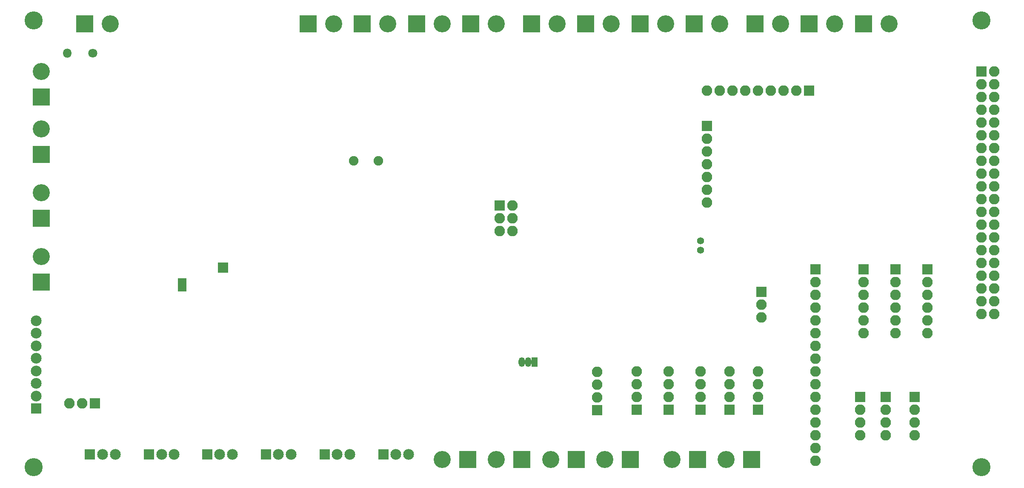
<source format=gbr>
G04 #@! TF.FileFunction,Soldermask,Bot*
%FSLAX46Y46*%
G04 Gerber Fmt 4.6, Leading zero omitted, Abs format (unit mm)*
G04 Created by KiCad (PCBNEW 4.0.7) date 05/05/18 08:32:39*
%MOMM*%
%LPD*%
G01*
G04 APERTURE LIST*
%ADD10C,0.100000*%
%ADD11R,2.100000X2.100000*%
%ADD12O,2.100000X2.100000*%
%ADD13R,2.150000X2.150000*%
%ADD14C,2.150000*%
%ADD15R,3.400000X3.400000*%
%ADD16C,3.400000*%
%ADD17R,1.670000X1.370000*%
%ADD18C,3.600000*%
%ADD19O,1.300000X1.900000*%
%ADD20R,1.300000X1.900000*%
%ADD21C,1.900000*%
%ADD22C,1.400000*%
%ADD23C,1.800000*%
%ADD24O,1.800000X1.800000*%
G04 APERTURE END LIST*
D10*
D11*
X215265000Y-100965000D03*
D12*
X215265000Y-103505000D03*
X215265000Y-106045000D03*
X215265000Y-108585000D03*
X215265000Y-111125000D03*
X215265000Y-113665000D03*
D11*
X238760000Y-61595000D03*
D12*
X241300000Y-61595000D03*
X238760000Y-64135000D03*
X241300000Y-64135000D03*
X238760000Y-66675000D03*
X241300000Y-66675000D03*
X238760000Y-69215000D03*
X241300000Y-69215000D03*
X238760000Y-71755000D03*
X241300000Y-71755000D03*
X238760000Y-74295000D03*
X241300000Y-74295000D03*
X238760000Y-76835000D03*
X241300000Y-76835000D03*
X238760000Y-79375000D03*
X241300000Y-79375000D03*
X238760000Y-81915000D03*
X241300000Y-81915000D03*
X238760000Y-84455000D03*
X241300000Y-84455000D03*
X238760000Y-86995000D03*
X241300000Y-86995000D03*
X238760000Y-89535000D03*
X241300000Y-89535000D03*
X238760000Y-92075000D03*
X241300000Y-92075000D03*
X238760000Y-94615000D03*
X241300000Y-94615000D03*
X238760000Y-97155000D03*
X241300000Y-97155000D03*
X238760000Y-99695000D03*
X241300000Y-99695000D03*
X238760000Y-102235000D03*
X241300000Y-102235000D03*
X238760000Y-104775000D03*
X241300000Y-104775000D03*
X238760000Y-107315000D03*
X241300000Y-107315000D03*
X238760000Y-109855000D03*
X241300000Y-109855000D03*
D11*
X205740000Y-100965000D03*
D12*
X205740000Y-103505000D03*
X205740000Y-106045000D03*
X205740000Y-108585000D03*
X205740000Y-111125000D03*
X205740000Y-113665000D03*
X205740000Y-116205000D03*
X205740000Y-118745000D03*
X205740000Y-121285000D03*
X205740000Y-123825000D03*
X205740000Y-126365000D03*
X205740000Y-128905000D03*
X205740000Y-131445000D03*
X205740000Y-133985000D03*
X205740000Y-136525000D03*
X205740000Y-139065000D03*
D11*
X162278552Y-128962892D03*
D12*
X162278552Y-126422892D03*
X162278552Y-123882892D03*
X162278552Y-121342892D03*
D13*
X61421000Y-137795000D03*
D14*
X63921000Y-137795000D03*
X66421000Y-137795000D03*
D13*
X73152000Y-137795000D03*
D14*
X75652000Y-137795000D03*
X78152000Y-137795000D03*
D13*
X84709000Y-137795000D03*
D14*
X87209000Y-137795000D03*
X89709000Y-137795000D03*
D13*
X96393000Y-137795000D03*
D14*
X98893000Y-137795000D03*
X101393000Y-137795000D03*
D13*
X108077000Y-137795000D03*
D14*
X110577000Y-137795000D03*
X113077000Y-137795000D03*
D13*
X119761000Y-137795000D03*
D14*
X122261000Y-137795000D03*
X124761000Y-137795000D03*
D11*
X214630000Y-126365000D03*
D12*
X214630000Y-128905000D03*
X214630000Y-131445000D03*
X214630000Y-133985000D03*
D11*
X219710000Y-126365000D03*
D12*
X219710000Y-128905000D03*
X219710000Y-131445000D03*
X219710000Y-133985000D03*
D11*
X225425000Y-126365000D03*
D12*
X225425000Y-128905000D03*
X225425000Y-131445000D03*
X225425000Y-133985000D03*
D15*
X60325000Y-52070000D03*
D16*
X65405000Y-52070000D03*
D11*
X142875000Y-88265000D03*
D12*
X145415000Y-88265000D03*
X142875000Y-90805000D03*
X145415000Y-90805000D03*
X142875000Y-93345000D03*
X145415000Y-93345000D03*
D15*
X104775000Y-52070000D03*
D16*
X109855000Y-52070000D03*
D15*
X182245000Y-138811000D03*
D16*
X177165000Y-138811000D03*
D15*
X51689000Y-103505000D03*
D16*
X51689000Y-98425000D03*
D15*
X115570000Y-52070000D03*
D16*
X120650000Y-52070000D03*
D15*
X193040000Y-138811000D03*
D16*
X187960000Y-138811000D03*
D15*
X51689000Y-90805000D03*
D16*
X51689000Y-85725000D03*
D15*
X126365000Y-52070000D03*
D16*
X131445000Y-52070000D03*
D15*
X137160000Y-52070000D03*
D16*
X142240000Y-52070000D03*
D15*
X51689000Y-78105000D03*
D16*
X51689000Y-73025000D03*
D15*
X149225000Y-52070000D03*
D16*
X154305000Y-52070000D03*
D15*
X51689000Y-66675000D03*
D16*
X51689000Y-61595000D03*
D15*
X160020000Y-52070000D03*
D16*
X165100000Y-52070000D03*
D15*
X170815000Y-52070000D03*
D16*
X175895000Y-52070000D03*
D15*
X181610000Y-52070000D03*
D16*
X186690000Y-52070000D03*
D15*
X193675000Y-52070000D03*
D16*
X198755000Y-52070000D03*
D15*
X204470000Y-52070000D03*
D16*
X209550000Y-52070000D03*
D15*
X215265000Y-52070000D03*
D16*
X220345000Y-52070000D03*
D11*
X87884000Y-100584000D03*
D17*
X79756000Y-104648000D03*
X79756000Y-103368000D03*
D11*
X184150000Y-72390000D03*
D12*
X184150000Y-74930000D03*
X184150000Y-77470000D03*
X184150000Y-80010000D03*
X184150000Y-82550000D03*
X184150000Y-85090000D03*
X184150000Y-87630000D03*
D13*
X50673000Y-128651000D03*
D14*
X50673000Y-126151000D03*
X50673000Y-123651000D03*
X50673000Y-121151000D03*
X50673000Y-118651000D03*
X50673000Y-116151000D03*
X50673000Y-113651000D03*
X50673000Y-111151000D03*
D11*
X204470000Y-65405000D03*
D12*
X201930000Y-65405000D03*
X199390000Y-65405000D03*
X196850000Y-65405000D03*
X194310000Y-65405000D03*
X191770000Y-65405000D03*
X189230000Y-65405000D03*
X186690000Y-65405000D03*
X184150000Y-65405000D03*
D18*
X50165000Y-51435000D03*
D11*
X176530000Y-128905000D03*
D12*
X176530000Y-126365000D03*
X176530000Y-123825000D03*
X176530000Y-121285000D03*
D11*
X182880000Y-128905000D03*
D12*
X182880000Y-126365000D03*
X182880000Y-123825000D03*
X182880000Y-121285000D03*
D11*
X188595000Y-128905000D03*
D12*
X188595000Y-126365000D03*
X188595000Y-123825000D03*
X188595000Y-121285000D03*
D11*
X194310000Y-128905000D03*
D12*
X194310000Y-126365000D03*
X194310000Y-123825000D03*
X194310000Y-121285000D03*
D11*
X170180000Y-128905000D03*
D12*
X170180000Y-126365000D03*
X170180000Y-123825000D03*
X170180000Y-121285000D03*
D11*
X62357000Y-127635000D03*
D12*
X59817000Y-127635000D03*
X57277000Y-127635000D03*
D11*
X194945000Y-105410000D03*
D12*
X194945000Y-107950000D03*
X194945000Y-110490000D03*
D11*
X221615000Y-100965000D03*
D12*
X221615000Y-103505000D03*
X221615000Y-106045000D03*
X221615000Y-108585000D03*
X221615000Y-111125000D03*
X221615000Y-113665000D03*
D11*
X227965000Y-100965000D03*
D12*
X227965000Y-103505000D03*
X227965000Y-106045000D03*
X227965000Y-108585000D03*
X227965000Y-111125000D03*
X227965000Y-113665000D03*
D15*
X136525000Y-138811000D03*
D16*
X131445000Y-138811000D03*
D15*
X147320000Y-138811000D03*
D16*
X142240000Y-138811000D03*
D15*
X158115000Y-138811000D03*
D16*
X153035000Y-138811000D03*
D15*
X168910000Y-138811000D03*
D16*
X163830000Y-138811000D03*
D19*
X148590000Y-119380000D03*
X147320000Y-119380000D03*
D20*
X149860000Y-119380000D03*
D18*
X238760000Y-51435000D03*
X50165000Y-140335000D03*
X238760000Y-140335000D03*
D21*
X113865000Y-79375000D03*
X118745000Y-79375000D03*
D22*
X182880000Y-95255000D03*
X182880000Y-97155000D03*
D23*
X61976000Y-57912000D03*
D24*
X56896000Y-57912000D03*
M02*

</source>
